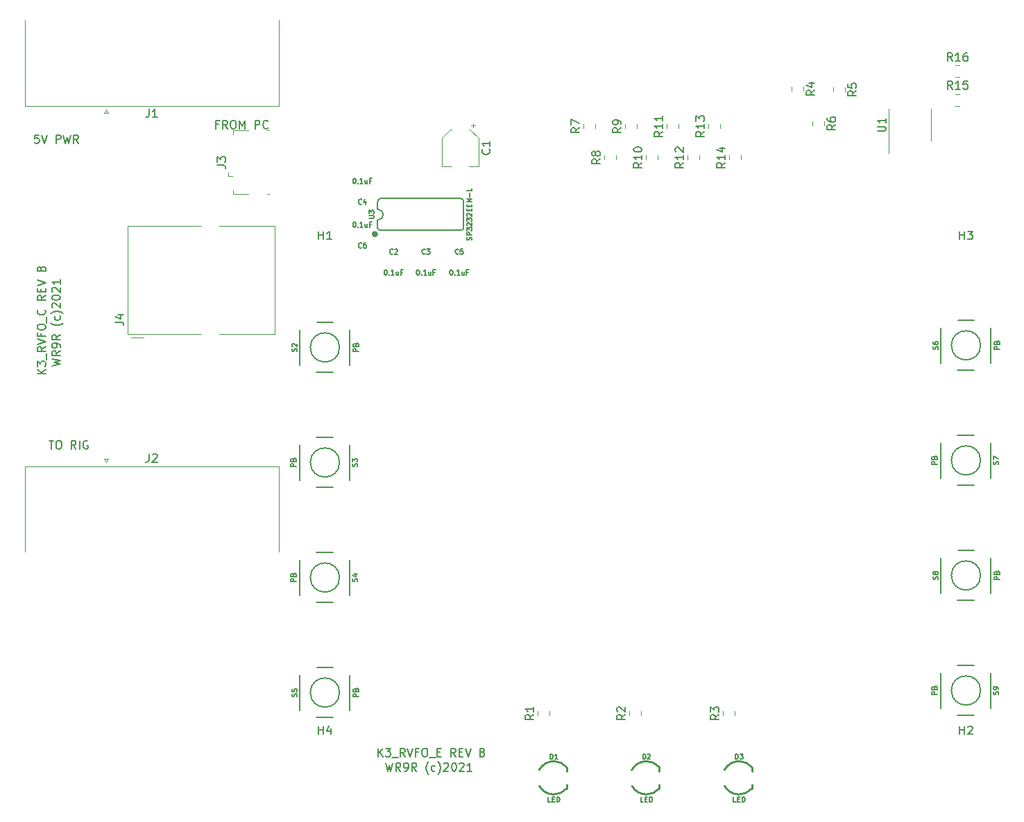
<source format=gbr>
G04 #@! TF.GenerationSoftware,KiCad,Pcbnew,(5.1.5)-3*
G04 #@! TF.CreationDate,2022-01-05T12:17:48-05:00*
G04 #@! TF.ProjectId,K3_RVFO,4b335f52-5646-44f2-9e6b-696361645f70,rev?*
G04 #@! TF.SameCoordinates,Original*
G04 #@! TF.FileFunction,Legend,Top*
G04 #@! TF.FilePolarity,Positive*
%FSLAX46Y46*%
G04 Gerber Fmt 4.6, Leading zero omitted, Abs format (unit mm)*
G04 Created by KiCad (PCBNEW (5.1.5)-3) date 2022-01-05 12:17:48*
%MOMM*%
%LPD*%
G04 APERTURE LIST*
%ADD10C,0.150000*%
%ADD11C,0.120000*%
%ADD12C,0.100000*%
%ADD13C,0.203200*%
%ADD14C,0.254000*%
%ADD15C,0.127000*%
G04 APERTURE END LIST*
D10*
X36719142Y-53046380D02*
X36242952Y-53046380D01*
X36195333Y-53522571D01*
X36242952Y-53474952D01*
X36338190Y-53427333D01*
X36576285Y-53427333D01*
X36671523Y-53474952D01*
X36719142Y-53522571D01*
X36766761Y-53617809D01*
X36766761Y-53855904D01*
X36719142Y-53951142D01*
X36671523Y-53998761D01*
X36576285Y-54046380D01*
X36338190Y-54046380D01*
X36242952Y-53998761D01*
X36195333Y-53951142D01*
X37052476Y-53046380D02*
X37385809Y-54046380D01*
X37719142Y-53046380D01*
X38814380Y-54046380D02*
X38814380Y-53046380D01*
X39195333Y-53046380D01*
X39290571Y-53094000D01*
X39338190Y-53141619D01*
X39385809Y-53236857D01*
X39385809Y-53379714D01*
X39338190Y-53474952D01*
X39290571Y-53522571D01*
X39195333Y-53570190D01*
X38814380Y-53570190D01*
X39719142Y-53046380D02*
X39957238Y-54046380D01*
X40147714Y-53332095D01*
X40338190Y-54046380D01*
X40576285Y-53046380D01*
X41528666Y-54046380D02*
X41195333Y-53570190D01*
X40957238Y-54046380D02*
X40957238Y-53046380D01*
X41338190Y-53046380D01*
X41433428Y-53094000D01*
X41481047Y-53141619D01*
X41528666Y-53236857D01*
X41528666Y-53379714D01*
X41481047Y-53474952D01*
X41433428Y-53522571D01*
X41338190Y-53570190D01*
X40957238Y-53570190D01*
X58634666Y-51744571D02*
X58301333Y-51744571D01*
X58301333Y-52268380D02*
X58301333Y-51268380D01*
X58777523Y-51268380D01*
X59729904Y-52268380D02*
X59396571Y-51792190D01*
X59158476Y-52268380D02*
X59158476Y-51268380D01*
X59539428Y-51268380D01*
X59634666Y-51316000D01*
X59682285Y-51363619D01*
X59729904Y-51458857D01*
X59729904Y-51601714D01*
X59682285Y-51696952D01*
X59634666Y-51744571D01*
X59539428Y-51792190D01*
X59158476Y-51792190D01*
X60348952Y-51268380D02*
X60539428Y-51268380D01*
X60634666Y-51316000D01*
X60729904Y-51411238D01*
X60777523Y-51601714D01*
X60777523Y-51935047D01*
X60729904Y-52125523D01*
X60634666Y-52220761D01*
X60539428Y-52268380D01*
X60348952Y-52268380D01*
X60253714Y-52220761D01*
X60158476Y-52125523D01*
X60110857Y-51935047D01*
X60110857Y-51601714D01*
X60158476Y-51411238D01*
X60253714Y-51316000D01*
X60348952Y-51268380D01*
X61206095Y-52268380D02*
X61206095Y-51268380D01*
X61539428Y-51982666D01*
X61872761Y-51268380D01*
X61872761Y-52268380D01*
X63110857Y-52268380D02*
X63110857Y-51268380D01*
X63491809Y-51268380D01*
X63587047Y-51316000D01*
X63634666Y-51363619D01*
X63682285Y-51458857D01*
X63682285Y-51601714D01*
X63634666Y-51696952D01*
X63587047Y-51744571D01*
X63491809Y-51792190D01*
X63110857Y-51792190D01*
X64682285Y-52173142D02*
X64634666Y-52220761D01*
X64491809Y-52268380D01*
X64396571Y-52268380D01*
X64253714Y-52220761D01*
X64158476Y-52125523D01*
X64110857Y-52030285D01*
X64063238Y-51839809D01*
X64063238Y-51696952D01*
X64110857Y-51506476D01*
X64158476Y-51411238D01*
X64253714Y-51316000D01*
X64396571Y-51268380D01*
X64491809Y-51268380D01*
X64634666Y-51316000D01*
X64682285Y-51363619D01*
X37957428Y-90384380D02*
X38528857Y-90384380D01*
X38243142Y-91384380D02*
X38243142Y-90384380D01*
X39052666Y-90384380D02*
X39243142Y-90384380D01*
X39338380Y-90432000D01*
X39433619Y-90527238D01*
X39481238Y-90717714D01*
X39481238Y-91051047D01*
X39433619Y-91241523D01*
X39338380Y-91336761D01*
X39243142Y-91384380D01*
X39052666Y-91384380D01*
X38957428Y-91336761D01*
X38862190Y-91241523D01*
X38814571Y-91051047D01*
X38814571Y-90717714D01*
X38862190Y-90527238D01*
X38957428Y-90432000D01*
X39052666Y-90384380D01*
X41243142Y-91384380D02*
X40909809Y-90908190D01*
X40671714Y-91384380D02*
X40671714Y-90384380D01*
X41052666Y-90384380D01*
X41147904Y-90432000D01*
X41195523Y-90479619D01*
X41243142Y-90574857D01*
X41243142Y-90717714D01*
X41195523Y-90812952D01*
X41147904Y-90860571D01*
X41052666Y-90908190D01*
X40671714Y-90908190D01*
X41671714Y-91384380D02*
X41671714Y-90384380D01*
X42671714Y-90432000D02*
X42576476Y-90384380D01*
X42433619Y-90384380D01*
X42290761Y-90432000D01*
X42195523Y-90527238D01*
X42147904Y-90622476D01*
X42100285Y-90812952D01*
X42100285Y-90955809D01*
X42147904Y-91146285D01*
X42195523Y-91241523D01*
X42290761Y-91336761D01*
X42433619Y-91384380D01*
X42528857Y-91384380D01*
X42671714Y-91336761D01*
X42719333Y-91289142D01*
X42719333Y-90955809D01*
X42528857Y-90955809D01*
X78105809Y-128976380D02*
X78105809Y-127976380D01*
X78677238Y-128976380D02*
X78248666Y-128404952D01*
X78677238Y-127976380D02*
X78105809Y-128547809D01*
X79010571Y-127976380D02*
X79629619Y-127976380D01*
X79296285Y-128357333D01*
X79439142Y-128357333D01*
X79534380Y-128404952D01*
X79582000Y-128452571D01*
X79629619Y-128547809D01*
X79629619Y-128785904D01*
X79582000Y-128881142D01*
X79534380Y-128928761D01*
X79439142Y-128976380D01*
X79153428Y-128976380D01*
X79058190Y-128928761D01*
X79010571Y-128881142D01*
X79820095Y-129071619D02*
X80582000Y-129071619D01*
X81391523Y-128976380D02*
X81058190Y-128500190D01*
X80820095Y-128976380D02*
X80820095Y-127976380D01*
X81201047Y-127976380D01*
X81296285Y-128024000D01*
X81343904Y-128071619D01*
X81391523Y-128166857D01*
X81391523Y-128309714D01*
X81343904Y-128404952D01*
X81296285Y-128452571D01*
X81201047Y-128500190D01*
X80820095Y-128500190D01*
X81677238Y-127976380D02*
X82010571Y-128976380D01*
X82343904Y-127976380D01*
X83010571Y-128452571D02*
X82677238Y-128452571D01*
X82677238Y-128976380D02*
X82677238Y-127976380D01*
X83153428Y-127976380D01*
X83724857Y-127976380D02*
X83915333Y-127976380D01*
X84010571Y-128024000D01*
X84105809Y-128119238D01*
X84153428Y-128309714D01*
X84153428Y-128643047D01*
X84105809Y-128833523D01*
X84010571Y-128928761D01*
X83915333Y-128976380D01*
X83724857Y-128976380D01*
X83629619Y-128928761D01*
X83534380Y-128833523D01*
X83486761Y-128643047D01*
X83486761Y-128309714D01*
X83534380Y-128119238D01*
X83629619Y-128024000D01*
X83724857Y-127976380D01*
X84343904Y-129071619D02*
X85105809Y-129071619D01*
X85343904Y-128452571D02*
X85677238Y-128452571D01*
X85820095Y-128976380D02*
X85343904Y-128976380D01*
X85343904Y-127976380D01*
X85820095Y-127976380D01*
X87582000Y-128976380D02*
X87248666Y-128500190D01*
X87010571Y-128976380D02*
X87010571Y-127976380D01*
X87391523Y-127976380D01*
X87486761Y-128024000D01*
X87534380Y-128071619D01*
X87582000Y-128166857D01*
X87582000Y-128309714D01*
X87534380Y-128404952D01*
X87486761Y-128452571D01*
X87391523Y-128500190D01*
X87010571Y-128500190D01*
X88010571Y-128452571D02*
X88343904Y-128452571D01*
X88486761Y-128976380D02*
X88010571Y-128976380D01*
X88010571Y-127976380D01*
X88486761Y-127976380D01*
X88772476Y-127976380D02*
X89105809Y-128976380D01*
X89439142Y-127976380D01*
X90867714Y-128452571D02*
X91010571Y-128500190D01*
X91058190Y-128547809D01*
X91105809Y-128643047D01*
X91105809Y-128785904D01*
X91058190Y-128881142D01*
X91010571Y-128928761D01*
X90915333Y-128976380D01*
X90534380Y-128976380D01*
X90534380Y-127976380D01*
X90867714Y-127976380D01*
X90962952Y-128024000D01*
X91010571Y-128071619D01*
X91058190Y-128166857D01*
X91058190Y-128262095D01*
X91010571Y-128357333D01*
X90962952Y-128404952D01*
X90867714Y-128452571D01*
X90534380Y-128452571D01*
X79042285Y-129754380D02*
X79280380Y-130754380D01*
X79470857Y-130040095D01*
X79661333Y-130754380D01*
X79899428Y-129754380D01*
X80851809Y-130754380D02*
X80518476Y-130278190D01*
X80280380Y-130754380D02*
X80280380Y-129754380D01*
X80661333Y-129754380D01*
X80756571Y-129802000D01*
X80804190Y-129849619D01*
X80851809Y-129944857D01*
X80851809Y-130087714D01*
X80804190Y-130182952D01*
X80756571Y-130230571D01*
X80661333Y-130278190D01*
X80280380Y-130278190D01*
X81328000Y-130754380D02*
X81518476Y-130754380D01*
X81613714Y-130706761D01*
X81661333Y-130659142D01*
X81756571Y-130516285D01*
X81804190Y-130325809D01*
X81804190Y-129944857D01*
X81756571Y-129849619D01*
X81708952Y-129802000D01*
X81613714Y-129754380D01*
X81423238Y-129754380D01*
X81328000Y-129802000D01*
X81280380Y-129849619D01*
X81232761Y-129944857D01*
X81232761Y-130182952D01*
X81280380Y-130278190D01*
X81328000Y-130325809D01*
X81423238Y-130373428D01*
X81613714Y-130373428D01*
X81708952Y-130325809D01*
X81756571Y-130278190D01*
X81804190Y-130182952D01*
X82804190Y-130754380D02*
X82470857Y-130278190D01*
X82232761Y-130754380D02*
X82232761Y-129754380D01*
X82613714Y-129754380D01*
X82708952Y-129802000D01*
X82756571Y-129849619D01*
X82804190Y-129944857D01*
X82804190Y-130087714D01*
X82756571Y-130182952D01*
X82708952Y-130230571D01*
X82613714Y-130278190D01*
X82232761Y-130278190D01*
X84280380Y-131135333D02*
X84232761Y-131087714D01*
X84137523Y-130944857D01*
X84089904Y-130849619D01*
X84042285Y-130706761D01*
X83994666Y-130468666D01*
X83994666Y-130278190D01*
X84042285Y-130040095D01*
X84089904Y-129897238D01*
X84137523Y-129802000D01*
X84232761Y-129659142D01*
X84280380Y-129611523D01*
X85089904Y-130706761D02*
X84994666Y-130754380D01*
X84804190Y-130754380D01*
X84708952Y-130706761D01*
X84661333Y-130659142D01*
X84613714Y-130563904D01*
X84613714Y-130278190D01*
X84661333Y-130182952D01*
X84708952Y-130135333D01*
X84804190Y-130087714D01*
X84994666Y-130087714D01*
X85089904Y-130135333D01*
X85423238Y-131135333D02*
X85470857Y-131087714D01*
X85566095Y-130944857D01*
X85613714Y-130849619D01*
X85661333Y-130706761D01*
X85708952Y-130468666D01*
X85708952Y-130278190D01*
X85661333Y-130040095D01*
X85613714Y-129897238D01*
X85566095Y-129802000D01*
X85470857Y-129659142D01*
X85423238Y-129611523D01*
X86137523Y-129849619D02*
X86185142Y-129802000D01*
X86280380Y-129754380D01*
X86518476Y-129754380D01*
X86613714Y-129802000D01*
X86661333Y-129849619D01*
X86708952Y-129944857D01*
X86708952Y-130040095D01*
X86661333Y-130182952D01*
X86089904Y-130754380D01*
X86708952Y-130754380D01*
X87328000Y-129754380D02*
X87423238Y-129754380D01*
X87518476Y-129802000D01*
X87566095Y-129849619D01*
X87613714Y-129944857D01*
X87661333Y-130135333D01*
X87661333Y-130373428D01*
X87613714Y-130563904D01*
X87566095Y-130659142D01*
X87518476Y-130706761D01*
X87423238Y-130754380D01*
X87328000Y-130754380D01*
X87232761Y-130706761D01*
X87185142Y-130659142D01*
X87137523Y-130563904D01*
X87089904Y-130373428D01*
X87089904Y-130135333D01*
X87137523Y-129944857D01*
X87185142Y-129849619D01*
X87232761Y-129802000D01*
X87328000Y-129754380D01*
X88042285Y-129849619D02*
X88089904Y-129802000D01*
X88185142Y-129754380D01*
X88423238Y-129754380D01*
X88518476Y-129802000D01*
X88566095Y-129849619D01*
X88613714Y-129944857D01*
X88613714Y-130040095D01*
X88566095Y-130182952D01*
X87994666Y-130754380D01*
X88613714Y-130754380D01*
X89566095Y-130754380D02*
X88994666Y-130754380D01*
X89280380Y-130754380D02*
X89280380Y-129754380D01*
X89185142Y-129897238D01*
X89089904Y-129992476D01*
X88994666Y-130040095D01*
X37536380Y-82215809D02*
X36536380Y-82215809D01*
X37536380Y-81644380D02*
X36964952Y-82072952D01*
X36536380Y-81644380D02*
X37107809Y-82215809D01*
X36536380Y-81311047D02*
X36536380Y-80692000D01*
X36917333Y-81025333D01*
X36917333Y-80882476D01*
X36964952Y-80787238D01*
X37012571Y-80739619D01*
X37107809Y-80692000D01*
X37345904Y-80692000D01*
X37441142Y-80739619D01*
X37488761Y-80787238D01*
X37536380Y-80882476D01*
X37536380Y-81168190D01*
X37488761Y-81263428D01*
X37441142Y-81311047D01*
X37631619Y-80501523D02*
X37631619Y-79739619D01*
X37536380Y-78930095D02*
X37060190Y-79263428D01*
X37536380Y-79501523D02*
X36536380Y-79501523D01*
X36536380Y-79120571D01*
X36584000Y-79025333D01*
X36631619Y-78977714D01*
X36726857Y-78930095D01*
X36869714Y-78930095D01*
X36964952Y-78977714D01*
X37012571Y-79025333D01*
X37060190Y-79120571D01*
X37060190Y-79501523D01*
X36536380Y-78644380D02*
X37536380Y-78311047D01*
X36536380Y-77977714D01*
X37012571Y-77311047D02*
X37012571Y-77644380D01*
X37536380Y-77644380D02*
X36536380Y-77644380D01*
X36536380Y-77168190D01*
X36536380Y-76596761D02*
X36536380Y-76406285D01*
X36584000Y-76311047D01*
X36679238Y-76215809D01*
X36869714Y-76168190D01*
X37203047Y-76168190D01*
X37393523Y-76215809D01*
X37488761Y-76311047D01*
X37536380Y-76406285D01*
X37536380Y-76596761D01*
X37488761Y-76692000D01*
X37393523Y-76787238D01*
X37203047Y-76834857D01*
X36869714Y-76834857D01*
X36679238Y-76787238D01*
X36584000Y-76692000D01*
X36536380Y-76596761D01*
X37631619Y-75977714D02*
X37631619Y-75215809D01*
X37441142Y-74406285D02*
X37488761Y-74453904D01*
X37536380Y-74596761D01*
X37536380Y-74692000D01*
X37488761Y-74834857D01*
X37393523Y-74930095D01*
X37298285Y-74977714D01*
X37107809Y-75025333D01*
X36964952Y-75025333D01*
X36774476Y-74977714D01*
X36679238Y-74930095D01*
X36584000Y-74834857D01*
X36536380Y-74692000D01*
X36536380Y-74596761D01*
X36584000Y-74453904D01*
X36631619Y-74406285D01*
X37536380Y-72644380D02*
X37060190Y-72977714D01*
X37536380Y-73215809D02*
X36536380Y-73215809D01*
X36536380Y-72834857D01*
X36584000Y-72739619D01*
X36631619Y-72692000D01*
X36726857Y-72644380D01*
X36869714Y-72644380D01*
X36964952Y-72692000D01*
X37012571Y-72739619D01*
X37060190Y-72834857D01*
X37060190Y-73215809D01*
X37012571Y-72215809D02*
X37012571Y-71882476D01*
X37536380Y-71739619D02*
X37536380Y-72215809D01*
X36536380Y-72215809D01*
X36536380Y-71739619D01*
X36536380Y-71453904D02*
X37536380Y-71120571D01*
X36536380Y-70787238D01*
X37012571Y-69358666D02*
X37060190Y-69215809D01*
X37107809Y-69168190D01*
X37203047Y-69120571D01*
X37345904Y-69120571D01*
X37441142Y-69168190D01*
X37488761Y-69215809D01*
X37536380Y-69311047D01*
X37536380Y-69692000D01*
X36536380Y-69692000D01*
X36536380Y-69358666D01*
X36584000Y-69263428D01*
X36631619Y-69215809D01*
X36726857Y-69168190D01*
X36822095Y-69168190D01*
X36917333Y-69215809D01*
X36964952Y-69263428D01*
X37012571Y-69358666D01*
X37012571Y-69692000D01*
X38314380Y-81231714D02*
X39314380Y-80993619D01*
X38600095Y-80803142D01*
X39314380Y-80612666D01*
X38314380Y-80374571D01*
X39314380Y-79422190D02*
X38838190Y-79755523D01*
X39314380Y-79993619D02*
X38314380Y-79993619D01*
X38314380Y-79612666D01*
X38362000Y-79517428D01*
X38409619Y-79469809D01*
X38504857Y-79422190D01*
X38647714Y-79422190D01*
X38742952Y-79469809D01*
X38790571Y-79517428D01*
X38838190Y-79612666D01*
X38838190Y-79993619D01*
X39314380Y-78946000D02*
X39314380Y-78755523D01*
X39266761Y-78660285D01*
X39219142Y-78612666D01*
X39076285Y-78517428D01*
X38885809Y-78469809D01*
X38504857Y-78469809D01*
X38409619Y-78517428D01*
X38362000Y-78565047D01*
X38314380Y-78660285D01*
X38314380Y-78850761D01*
X38362000Y-78946000D01*
X38409619Y-78993619D01*
X38504857Y-79041238D01*
X38742952Y-79041238D01*
X38838190Y-78993619D01*
X38885809Y-78946000D01*
X38933428Y-78850761D01*
X38933428Y-78660285D01*
X38885809Y-78565047D01*
X38838190Y-78517428D01*
X38742952Y-78469809D01*
X39314380Y-77469809D02*
X38838190Y-77803142D01*
X39314380Y-78041238D02*
X38314380Y-78041238D01*
X38314380Y-77660285D01*
X38362000Y-77565047D01*
X38409619Y-77517428D01*
X38504857Y-77469809D01*
X38647714Y-77469809D01*
X38742952Y-77517428D01*
X38790571Y-77565047D01*
X38838190Y-77660285D01*
X38838190Y-78041238D01*
X39695333Y-75993619D02*
X39647714Y-76041238D01*
X39504857Y-76136476D01*
X39409619Y-76184095D01*
X39266761Y-76231714D01*
X39028666Y-76279333D01*
X38838190Y-76279333D01*
X38600095Y-76231714D01*
X38457238Y-76184095D01*
X38362000Y-76136476D01*
X38219142Y-76041238D01*
X38171523Y-75993619D01*
X39266761Y-75184095D02*
X39314380Y-75279333D01*
X39314380Y-75469809D01*
X39266761Y-75565047D01*
X39219142Y-75612666D01*
X39123904Y-75660285D01*
X38838190Y-75660285D01*
X38742952Y-75612666D01*
X38695333Y-75565047D01*
X38647714Y-75469809D01*
X38647714Y-75279333D01*
X38695333Y-75184095D01*
X39695333Y-74850761D02*
X39647714Y-74803142D01*
X39504857Y-74707904D01*
X39409619Y-74660285D01*
X39266761Y-74612666D01*
X39028666Y-74565047D01*
X38838190Y-74565047D01*
X38600095Y-74612666D01*
X38457238Y-74660285D01*
X38362000Y-74707904D01*
X38219142Y-74803142D01*
X38171523Y-74850761D01*
X38409619Y-74136476D02*
X38362000Y-74088857D01*
X38314380Y-73993619D01*
X38314380Y-73755523D01*
X38362000Y-73660285D01*
X38409619Y-73612666D01*
X38504857Y-73565047D01*
X38600095Y-73565047D01*
X38742952Y-73612666D01*
X39314380Y-74184095D01*
X39314380Y-73565047D01*
X38314380Y-72946000D02*
X38314380Y-72850761D01*
X38362000Y-72755523D01*
X38409619Y-72707904D01*
X38504857Y-72660285D01*
X38695333Y-72612666D01*
X38933428Y-72612666D01*
X39123904Y-72660285D01*
X39219142Y-72707904D01*
X39266761Y-72755523D01*
X39314380Y-72850761D01*
X39314380Y-72946000D01*
X39266761Y-73041238D01*
X39219142Y-73088857D01*
X39123904Y-73136476D01*
X38933428Y-73184095D01*
X38695333Y-73184095D01*
X38504857Y-73136476D01*
X38409619Y-73088857D01*
X38362000Y-73041238D01*
X38314380Y-72946000D01*
X38409619Y-72231714D02*
X38362000Y-72184095D01*
X38314380Y-72088857D01*
X38314380Y-71850761D01*
X38362000Y-71755523D01*
X38409619Y-71707904D01*
X38504857Y-71660285D01*
X38600095Y-71660285D01*
X38742952Y-71707904D01*
X39314380Y-72279333D01*
X39314380Y-71660285D01*
X39314380Y-70707904D02*
X39314380Y-71279333D01*
X39314380Y-70993619D02*
X38314380Y-70993619D01*
X38457238Y-71088857D01*
X38552476Y-71184095D01*
X38600095Y-71279333D01*
D11*
X47538000Y-77344000D02*
X47538000Y-64144000D01*
X47538000Y-64144000D02*
X56558000Y-64144000D01*
D12*
X65418000Y-64144000D02*
X65538000Y-64144000D01*
D11*
X65538000Y-64144000D02*
X58758000Y-64144000D01*
D12*
X65528000Y-64144000D02*
X65538000Y-64144000D01*
D11*
X65538000Y-64144000D02*
X65538000Y-77344000D01*
X65538000Y-77344000D02*
X58758000Y-77344000D01*
D12*
X56488000Y-77344000D02*
X56558000Y-77344000D01*
D11*
X56558000Y-77344000D02*
X47538000Y-77344000D01*
X49538000Y-77814000D02*
X48008000Y-77814000D01*
X148585422Y-45922000D02*
X149102578Y-45922000D01*
X148585422Y-44502000D02*
X149102578Y-44502000D01*
X148585422Y-49478000D02*
X149102578Y-49478000D01*
X148585422Y-48058000D02*
X149102578Y-48058000D01*
X89948000Y-51860000D02*
X89448000Y-51860000D01*
X89698000Y-51610000D02*
X89698000Y-52110000D01*
X86942437Y-52350000D02*
X85878000Y-53414437D01*
X89333563Y-52350000D02*
X90398000Y-53414437D01*
X89333563Y-52350000D02*
X89198000Y-52350000D01*
X86942437Y-52350000D02*
X87078000Y-52350000D01*
X85878000Y-53414437D02*
X85878000Y-56870000D01*
X90398000Y-53414437D02*
X90398000Y-56870000D01*
X90398000Y-56870000D02*
X89198000Y-56870000D01*
X85878000Y-56870000D02*
X87078000Y-56870000D01*
X122376000Y-56060078D02*
X122376000Y-55542922D01*
X120956000Y-56060078D02*
X120956000Y-55542922D01*
X119836000Y-52250078D02*
X119836000Y-51732922D01*
X118416000Y-52250078D02*
X118416000Y-51732922D01*
X117296000Y-56060078D02*
X117296000Y-55542922D01*
X115876000Y-56060078D02*
X115876000Y-55542922D01*
X114756000Y-52250078D02*
X114756000Y-51732922D01*
X113336000Y-52250078D02*
X113336000Y-51732922D01*
X112216000Y-56060078D02*
X112216000Y-55542922D01*
X110796000Y-56060078D02*
X110796000Y-55542922D01*
X109676000Y-52250078D02*
X109676000Y-51732922D01*
X108256000Y-52250078D02*
X108256000Y-51732922D01*
X107136000Y-56060078D02*
X107136000Y-55542922D01*
X105716000Y-56060078D02*
X105716000Y-55542922D01*
X104596000Y-52250078D02*
X104596000Y-51732922D01*
X103176000Y-52250078D02*
X103176000Y-51732922D01*
X131116000Y-51381922D02*
X131116000Y-51899078D01*
X132536000Y-51381922D02*
X132536000Y-51899078D01*
X133656000Y-47239422D02*
X133656000Y-47756578D01*
X135076000Y-47239422D02*
X135076000Y-47756578D01*
X128576000Y-47160922D02*
X128576000Y-47678078D01*
X129996000Y-47160922D02*
X129996000Y-47678078D01*
D13*
X78105000Y-63398400D02*
G75*
G03X78105000Y-62128400I0J635000D01*
G01*
X78056740Y-64401700D02*
G75*
G03X78435200Y-64683640I330200J48260D01*
G01*
X88569800Y-61173360D02*
G75*
G03X88188800Y-60792360I-381000J0D01*
G01*
X78435200Y-60792360D02*
G75*
G03X78054200Y-61274960I50800J-431800D01*
G01*
X88285320Y-64683640D02*
G75*
G03X88569800Y-64302640I-48260J332740D01*
G01*
X78054200Y-64401700D02*
X78054200Y-63398400D01*
X78054200Y-61287660D02*
X78054200Y-62128400D01*
X88569800Y-64302640D02*
X88569800Y-61173360D01*
X78435200Y-64683640D02*
X88287860Y-64683640D01*
X88188800Y-60792360D02*
X78435200Y-60792360D01*
D14*
X77851000Y-65151000D02*
G75*
G03X77851000Y-65151000I-127000J0D01*
G01*
X77978000Y-65151000D02*
G75*
G03X77978000Y-65151000I-254000J0D01*
G01*
D11*
X140442000Y-51816000D02*
X140442000Y-55266000D01*
X140442000Y-51816000D02*
X140442000Y-49866000D01*
X145562000Y-51816000D02*
X145562000Y-53766000D01*
X145562000Y-51816000D02*
X145562000Y-49866000D01*
D13*
X151638000Y-120904000D02*
G75*
G03X151638000Y-120904000I-1778000J0D01*
G01*
X150886160Y-117856000D02*
X148844000Y-117856000D01*
X150855680Y-123952000D02*
X148844000Y-123952000D01*
X146812000Y-118745000D02*
X146812000Y-123063000D01*
X152908000Y-123063000D02*
X152908000Y-118745000D01*
X151638000Y-106849332D02*
G75*
G03X151638000Y-106849332I-1778000J0D01*
G01*
X148833840Y-109897332D02*
X150876000Y-109897332D01*
X148864320Y-103801332D02*
X150876000Y-103801332D01*
X152908000Y-109008332D02*
X152908000Y-104690332D01*
X146812000Y-104690332D02*
X146812000Y-109008332D01*
X151638000Y-92794666D02*
G75*
G03X151638000Y-92794666I-1778000J0D01*
G01*
X150886160Y-89746666D02*
X148844000Y-89746666D01*
X150855680Y-95842666D02*
X148844000Y-95842666D01*
X146812000Y-90635666D02*
X146812000Y-94953666D01*
X152908000Y-94953666D02*
X152908000Y-90635666D01*
X151638000Y-78740000D02*
G75*
G03X151638000Y-78740000I-1778000J0D01*
G01*
X148833840Y-81788000D02*
X150876000Y-81788000D01*
X148864320Y-75692000D02*
X150876000Y-75692000D01*
X152908000Y-80899000D02*
X152908000Y-76581000D01*
X146812000Y-76581000D02*
X146812000Y-80899000D01*
X73406000Y-121158000D02*
G75*
G03X73406000Y-121158000I-1778000J0D01*
G01*
X70601840Y-124206000D02*
X72644000Y-124206000D01*
X70632320Y-118110000D02*
X72644000Y-118110000D01*
X74676000Y-123317000D02*
X74676000Y-118999000D01*
X68580000Y-118999000D02*
X68580000Y-123317000D01*
X73406000Y-107103332D02*
G75*
G03X73406000Y-107103332I-1778000J0D01*
G01*
X72654160Y-104055332D02*
X70612000Y-104055332D01*
X72623680Y-110151332D02*
X70612000Y-110151332D01*
X68580000Y-104944332D02*
X68580000Y-109262332D01*
X74676000Y-109262332D02*
X74676000Y-104944332D01*
X73406000Y-93048666D02*
G75*
G03X73406000Y-93048666I-1778000J0D01*
G01*
X72654160Y-90000666D02*
X70612000Y-90000666D01*
X72623680Y-96096666D02*
X70612000Y-96096666D01*
X68580000Y-90889666D02*
X68580000Y-95207666D01*
X74676000Y-95207666D02*
X74676000Y-90889666D01*
X73406000Y-78994000D02*
G75*
G03X73406000Y-78994000I-1778000J0D01*
G01*
X70601840Y-82042000D02*
X72644000Y-82042000D01*
X70632320Y-75946000D02*
X72644000Y-75946000D01*
X74676000Y-81153000D02*
X74676000Y-76835000D01*
X68580000Y-76835000D02*
X68580000Y-81153000D01*
D11*
X121614000Y-123956578D02*
X121614000Y-123439422D01*
X120194000Y-123956578D02*
X120194000Y-123439422D01*
X110184000Y-123956578D02*
X110184000Y-123439422D01*
X108764000Y-123956578D02*
X108764000Y-123439422D01*
X99008000Y-123956578D02*
X99008000Y-123439422D01*
X97588000Y-123956578D02*
X97588000Y-123439422D01*
X59856000Y-58088000D02*
X60306000Y-58088000D01*
X59856000Y-58088000D02*
X59856000Y-57638000D01*
X60406000Y-52488000D02*
X60406000Y-52938000D01*
X62256000Y-52488000D02*
X60406000Y-52488000D01*
X64806000Y-60288000D02*
X64556000Y-60288000D01*
X64806000Y-52488000D02*
X64556000Y-52488000D01*
X62256000Y-60288000D02*
X60406000Y-60288000D01*
X60406000Y-60288000D02*
X60406000Y-59838000D01*
X44958000Y-93044675D02*
X44708000Y-92611662D01*
X45208000Y-92611662D02*
X44958000Y-93044675D01*
X44708000Y-92611662D02*
X45208000Y-92611662D01*
X65983000Y-93506000D02*
X65983000Y-103986000D01*
X35013000Y-93506000D02*
X65983000Y-93506000D01*
X35013000Y-103986000D02*
X35013000Y-93506000D01*
X44958000Y-49957325D02*
X45208000Y-50390338D01*
X44708000Y-50390338D02*
X44958000Y-49957325D01*
X45208000Y-50390338D02*
X44708000Y-50390338D01*
X35013000Y-49496000D02*
X35013000Y-39016000D01*
X65983000Y-49496000D02*
X35013000Y-49496000D01*
X65983000Y-39016000D02*
X65983000Y-49496000D01*
D14*
X120410701Y-132581851D02*
G75*
G03X122174000Y-133604000I1763299J1009851D01*
G01*
X122176552Y-133601386D02*
G75*
G03X123723400Y-132882640I-2552J2029386D01*
G01*
X122173025Y-129542540D02*
G75*
G03X120383300Y-130616960I975J-2029460D01*
G01*
X123732880Y-130268574D02*
G75*
G03X122174000Y-129540000I-1558880J-1303426D01*
G01*
X120410701Y-132581851D02*
G75*
G03X122174000Y-133604000I1763299J1009851D01*
G01*
X122176552Y-133601386D02*
G75*
G03X123723400Y-132882640I-2552J2029386D01*
G01*
X122173025Y-129542540D02*
G75*
G03X120383300Y-130616960I975J-2029460D01*
G01*
X123732880Y-130268574D02*
G75*
G03X122174000Y-129540000I-1558880J-1303426D01*
G01*
X123748800Y-132864860D02*
X123748800Y-132410200D01*
X123748800Y-130279140D02*
X123748800Y-130784600D01*
X123748800Y-132864860D02*
X123748800Y-132410200D01*
X123748800Y-130279140D02*
X123748800Y-130784600D01*
X109107701Y-132581851D02*
G75*
G03X110871000Y-133604000I1763299J1009851D01*
G01*
X110873552Y-133601386D02*
G75*
G03X112420400Y-132882640I-2552J2029386D01*
G01*
X110870025Y-129542540D02*
G75*
G03X109080300Y-130616960I975J-2029460D01*
G01*
X112429880Y-130268574D02*
G75*
G03X110871000Y-129540000I-1558880J-1303426D01*
G01*
X109107701Y-132581851D02*
G75*
G03X110871000Y-133604000I1763299J1009851D01*
G01*
X110873552Y-133601386D02*
G75*
G03X112420400Y-132882640I-2552J2029386D01*
G01*
X110870025Y-129542540D02*
G75*
G03X109080300Y-130616960I975J-2029460D01*
G01*
X112429880Y-130268574D02*
G75*
G03X110871000Y-129540000I-1558880J-1303426D01*
G01*
X112445800Y-132864860D02*
X112445800Y-132410200D01*
X112445800Y-130279140D02*
X112445800Y-130784600D01*
X112445800Y-132864860D02*
X112445800Y-132410200D01*
X112445800Y-130279140D02*
X112445800Y-130784600D01*
X97804701Y-132581851D02*
G75*
G03X99568000Y-133604000I1763299J1009851D01*
G01*
X99570552Y-133601386D02*
G75*
G03X101117400Y-132882640I-2552J2029386D01*
G01*
X99567025Y-129542540D02*
G75*
G03X97777300Y-130616960I975J-2029460D01*
G01*
X101126880Y-130268574D02*
G75*
G03X99568000Y-129540000I-1558880J-1303426D01*
G01*
X97804701Y-132581851D02*
G75*
G03X99568000Y-133604000I1763299J1009851D01*
G01*
X99570552Y-133601386D02*
G75*
G03X101117400Y-132882640I-2552J2029386D01*
G01*
X99567025Y-129542540D02*
G75*
G03X97777300Y-130616960I975J-2029460D01*
G01*
X101126880Y-130268574D02*
G75*
G03X99568000Y-129540000I-1558880J-1303426D01*
G01*
X101142800Y-132864860D02*
X101142800Y-132410200D01*
X101142800Y-130279140D02*
X101142800Y-130784600D01*
X101142800Y-132864860D02*
X101142800Y-132410200D01*
X101142800Y-130279140D02*
X101142800Y-130784600D01*
D10*
X46060380Y-75917333D02*
X46774666Y-75917333D01*
X46917523Y-75964952D01*
X47012761Y-76060190D01*
X47060380Y-76203047D01*
X47060380Y-76298285D01*
X46393714Y-75012571D02*
X47060380Y-75012571D01*
X46012761Y-75250666D02*
X46727047Y-75488761D01*
X46727047Y-74869714D01*
X148201142Y-44014380D02*
X147867809Y-43538190D01*
X147629714Y-44014380D02*
X147629714Y-43014380D01*
X148010666Y-43014380D01*
X148105904Y-43062000D01*
X148153523Y-43109619D01*
X148201142Y-43204857D01*
X148201142Y-43347714D01*
X148153523Y-43442952D01*
X148105904Y-43490571D01*
X148010666Y-43538190D01*
X147629714Y-43538190D01*
X149153523Y-44014380D02*
X148582095Y-44014380D01*
X148867809Y-44014380D02*
X148867809Y-43014380D01*
X148772571Y-43157238D01*
X148677333Y-43252476D01*
X148582095Y-43300095D01*
X150010666Y-43014380D02*
X149820190Y-43014380D01*
X149724952Y-43062000D01*
X149677333Y-43109619D01*
X149582095Y-43252476D01*
X149534476Y-43442952D01*
X149534476Y-43823904D01*
X149582095Y-43919142D01*
X149629714Y-43966761D01*
X149724952Y-44014380D01*
X149915428Y-44014380D01*
X150010666Y-43966761D01*
X150058285Y-43919142D01*
X150105904Y-43823904D01*
X150105904Y-43585809D01*
X150058285Y-43490571D01*
X150010666Y-43442952D01*
X149915428Y-43395333D01*
X149724952Y-43395333D01*
X149629714Y-43442952D01*
X149582095Y-43490571D01*
X149534476Y-43585809D01*
X148201142Y-47442380D02*
X147867809Y-46966190D01*
X147629714Y-47442380D02*
X147629714Y-46442380D01*
X148010666Y-46442380D01*
X148105904Y-46490000D01*
X148153523Y-46537619D01*
X148201142Y-46632857D01*
X148201142Y-46775714D01*
X148153523Y-46870952D01*
X148105904Y-46918571D01*
X148010666Y-46966190D01*
X147629714Y-46966190D01*
X149153523Y-47442380D02*
X148582095Y-47442380D01*
X148867809Y-47442380D02*
X148867809Y-46442380D01*
X148772571Y-46585238D01*
X148677333Y-46680476D01*
X148582095Y-46728095D01*
X150058285Y-46442380D02*
X149582095Y-46442380D01*
X149534476Y-46918571D01*
X149582095Y-46870952D01*
X149677333Y-46823333D01*
X149915428Y-46823333D01*
X150010666Y-46870952D01*
X150058285Y-46918571D01*
X150105904Y-47013809D01*
X150105904Y-47251904D01*
X150058285Y-47347142D01*
X150010666Y-47394761D01*
X149915428Y-47442380D01*
X149677333Y-47442380D01*
X149582095Y-47394761D01*
X149534476Y-47347142D01*
X91695142Y-54776666D02*
X91742761Y-54824285D01*
X91790380Y-54967142D01*
X91790380Y-55062380D01*
X91742761Y-55205238D01*
X91647523Y-55300476D01*
X91552285Y-55348095D01*
X91361809Y-55395714D01*
X91218952Y-55395714D01*
X91028476Y-55348095D01*
X90933238Y-55300476D01*
X90838000Y-55205238D01*
X90790380Y-55062380D01*
X90790380Y-54967142D01*
X90838000Y-54824285D01*
X90885619Y-54776666D01*
X91790380Y-53824285D02*
X91790380Y-54395714D01*
X91790380Y-54110000D02*
X90790380Y-54110000D01*
X90933238Y-54205238D01*
X91028476Y-54300476D01*
X91076095Y-54395714D01*
X120468380Y-56444357D02*
X119992190Y-56777690D01*
X120468380Y-57015785D02*
X119468380Y-57015785D01*
X119468380Y-56634833D01*
X119516000Y-56539595D01*
X119563619Y-56491976D01*
X119658857Y-56444357D01*
X119801714Y-56444357D01*
X119896952Y-56491976D01*
X119944571Y-56539595D01*
X119992190Y-56634833D01*
X119992190Y-57015785D01*
X120468380Y-55491976D02*
X120468380Y-56063404D01*
X120468380Y-55777690D02*
X119468380Y-55777690D01*
X119611238Y-55872928D01*
X119706476Y-55968166D01*
X119754095Y-56063404D01*
X119801714Y-54634833D02*
X120468380Y-54634833D01*
X119420761Y-54872928D02*
X120135047Y-55111023D01*
X120135047Y-54491976D01*
X117928380Y-52634357D02*
X117452190Y-52967690D01*
X117928380Y-53205785D02*
X116928380Y-53205785D01*
X116928380Y-52824833D01*
X116976000Y-52729595D01*
X117023619Y-52681976D01*
X117118857Y-52634357D01*
X117261714Y-52634357D01*
X117356952Y-52681976D01*
X117404571Y-52729595D01*
X117452190Y-52824833D01*
X117452190Y-53205785D01*
X117928380Y-51681976D02*
X117928380Y-52253404D01*
X117928380Y-51967690D02*
X116928380Y-51967690D01*
X117071238Y-52062928D01*
X117166476Y-52158166D01*
X117214095Y-52253404D01*
X116928380Y-51348642D02*
X116928380Y-50729595D01*
X117309333Y-51062928D01*
X117309333Y-50920071D01*
X117356952Y-50824833D01*
X117404571Y-50777214D01*
X117499809Y-50729595D01*
X117737904Y-50729595D01*
X117833142Y-50777214D01*
X117880761Y-50824833D01*
X117928380Y-50920071D01*
X117928380Y-51205785D01*
X117880761Y-51301023D01*
X117833142Y-51348642D01*
X115388380Y-56444357D02*
X114912190Y-56777690D01*
X115388380Y-57015785D02*
X114388380Y-57015785D01*
X114388380Y-56634833D01*
X114436000Y-56539595D01*
X114483619Y-56491976D01*
X114578857Y-56444357D01*
X114721714Y-56444357D01*
X114816952Y-56491976D01*
X114864571Y-56539595D01*
X114912190Y-56634833D01*
X114912190Y-57015785D01*
X115388380Y-55491976D02*
X115388380Y-56063404D01*
X115388380Y-55777690D02*
X114388380Y-55777690D01*
X114531238Y-55872928D01*
X114626476Y-55968166D01*
X114674095Y-56063404D01*
X114483619Y-55111023D02*
X114436000Y-55063404D01*
X114388380Y-54968166D01*
X114388380Y-54730071D01*
X114436000Y-54634833D01*
X114483619Y-54587214D01*
X114578857Y-54539595D01*
X114674095Y-54539595D01*
X114816952Y-54587214D01*
X115388380Y-55158642D01*
X115388380Y-54539595D01*
X112848380Y-52634357D02*
X112372190Y-52967690D01*
X112848380Y-53205785D02*
X111848380Y-53205785D01*
X111848380Y-52824833D01*
X111896000Y-52729595D01*
X111943619Y-52681976D01*
X112038857Y-52634357D01*
X112181714Y-52634357D01*
X112276952Y-52681976D01*
X112324571Y-52729595D01*
X112372190Y-52824833D01*
X112372190Y-53205785D01*
X112848380Y-51681976D02*
X112848380Y-52253404D01*
X112848380Y-51967690D02*
X111848380Y-51967690D01*
X111991238Y-52062928D01*
X112086476Y-52158166D01*
X112134095Y-52253404D01*
X112848380Y-50729595D02*
X112848380Y-51301023D01*
X112848380Y-51015309D02*
X111848380Y-51015309D01*
X111991238Y-51110547D01*
X112086476Y-51205785D01*
X112134095Y-51301023D01*
X110308380Y-56444357D02*
X109832190Y-56777690D01*
X110308380Y-57015785D02*
X109308380Y-57015785D01*
X109308380Y-56634833D01*
X109356000Y-56539595D01*
X109403619Y-56491976D01*
X109498857Y-56444357D01*
X109641714Y-56444357D01*
X109736952Y-56491976D01*
X109784571Y-56539595D01*
X109832190Y-56634833D01*
X109832190Y-57015785D01*
X110308380Y-55491976D02*
X110308380Y-56063404D01*
X110308380Y-55777690D02*
X109308380Y-55777690D01*
X109451238Y-55872928D01*
X109546476Y-55968166D01*
X109594095Y-56063404D01*
X109308380Y-54872928D02*
X109308380Y-54777690D01*
X109356000Y-54682452D01*
X109403619Y-54634833D01*
X109498857Y-54587214D01*
X109689333Y-54539595D01*
X109927428Y-54539595D01*
X110117904Y-54587214D01*
X110213142Y-54634833D01*
X110260761Y-54682452D01*
X110308380Y-54777690D01*
X110308380Y-54872928D01*
X110260761Y-54968166D01*
X110213142Y-55015785D01*
X110117904Y-55063404D01*
X109927428Y-55111023D01*
X109689333Y-55111023D01*
X109498857Y-55063404D01*
X109403619Y-55015785D01*
X109356000Y-54968166D01*
X109308380Y-54872928D01*
X107768380Y-52158166D02*
X107292190Y-52491500D01*
X107768380Y-52729595D02*
X106768380Y-52729595D01*
X106768380Y-52348642D01*
X106816000Y-52253404D01*
X106863619Y-52205785D01*
X106958857Y-52158166D01*
X107101714Y-52158166D01*
X107196952Y-52205785D01*
X107244571Y-52253404D01*
X107292190Y-52348642D01*
X107292190Y-52729595D01*
X107768380Y-51681976D02*
X107768380Y-51491500D01*
X107720761Y-51396261D01*
X107673142Y-51348642D01*
X107530285Y-51253404D01*
X107339809Y-51205785D01*
X106958857Y-51205785D01*
X106863619Y-51253404D01*
X106816000Y-51301023D01*
X106768380Y-51396261D01*
X106768380Y-51586738D01*
X106816000Y-51681976D01*
X106863619Y-51729595D01*
X106958857Y-51777214D01*
X107196952Y-51777214D01*
X107292190Y-51729595D01*
X107339809Y-51681976D01*
X107387428Y-51586738D01*
X107387428Y-51396261D01*
X107339809Y-51301023D01*
X107292190Y-51253404D01*
X107196952Y-51205785D01*
X105228380Y-55968166D02*
X104752190Y-56301500D01*
X105228380Y-56539595D02*
X104228380Y-56539595D01*
X104228380Y-56158642D01*
X104276000Y-56063404D01*
X104323619Y-56015785D01*
X104418857Y-55968166D01*
X104561714Y-55968166D01*
X104656952Y-56015785D01*
X104704571Y-56063404D01*
X104752190Y-56158642D01*
X104752190Y-56539595D01*
X104656952Y-55396738D02*
X104609333Y-55491976D01*
X104561714Y-55539595D01*
X104466476Y-55587214D01*
X104418857Y-55587214D01*
X104323619Y-55539595D01*
X104276000Y-55491976D01*
X104228380Y-55396738D01*
X104228380Y-55206261D01*
X104276000Y-55111023D01*
X104323619Y-55063404D01*
X104418857Y-55015785D01*
X104466476Y-55015785D01*
X104561714Y-55063404D01*
X104609333Y-55111023D01*
X104656952Y-55206261D01*
X104656952Y-55396738D01*
X104704571Y-55491976D01*
X104752190Y-55539595D01*
X104847428Y-55587214D01*
X105037904Y-55587214D01*
X105133142Y-55539595D01*
X105180761Y-55491976D01*
X105228380Y-55396738D01*
X105228380Y-55206261D01*
X105180761Y-55111023D01*
X105133142Y-55063404D01*
X105037904Y-55015785D01*
X104847428Y-55015785D01*
X104752190Y-55063404D01*
X104704571Y-55111023D01*
X104656952Y-55206261D01*
X102688380Y-52158166D02*
X102212190Y-52491500D01*
X102688380Y-52729595D02*
X101688380Y-52729595D01*
X101688380Y-52348642D01*
X101736000Y-52253404D01*
X101783619Y-52205785D01*
X101878857Y-52158166D01*
X102021714Y-52158166D01*
X102116952Y-52205785D01*
X102164571Y-52253404D01*
X102212190Y-52348642D01*
X102212190Y-52729595D01*
X101688380Y-51824833D02*
X101688380Y-51158166D01*
X102688380Y-51586738D01*
X133928380Y-51807166D02*
X133452190Y-52140500D01*
X133928380Y-52378595D02*
X132928380Y-52378595D01*
X132928380Y-51997642D01*
X132976000Y-51902404D01*
X133023619Y-51854785D01*
X133118857Y-51807166D01*
X133261714Y-51807166D01*
X133356952Y-51854785D01*
X133404571Y-51902404D01*
X133452190Y-51997642D01*
X133452190Y-52378595D01*
X132928380Y-50950023D02*
X132928380Y-51140500D01*
X132976000Y-51235738D01*
X133023619Y-51283357D01*
X133166476Y-51378595D01*
X133356952Y-51426214D01*
X133737904Y-51426214D01*
X133833142Y-51378595D01*
X133880761Y-51330976D01*
X133928380Y-51235738D01*
X133928380Y-51045261D01*
X133880761Y-50950023D01*
X133833142Y-50902404D01*
X133737904Y-50854785D01*
X133499809Y-50854785D01*
X133404571Y-50902404D01*
X133356952Y-50950023D01*
X133309333Y-51045261D01*
X133309333Y-51235738D01*
X133356952Y-51330976D01*
X133404571Y-51378595D01*
X133499809Y-51426214D01*
X136468380Y-47664666D02*
X135992190Y-47998000D01*
X136468380Y-48236095D02*
X135468380Y-48236095D01*
X135468380Y-47855142D01*
X135516000Y-47759904D01*
X135563619Y-47712285D01*
X135658857Y-47664666D01*
X135801714Y-47664666D01*
X135896952Y-47712285D01*
X135944571Y-47759904D01*
X135992190Y-47855142D01*
X135992190Y-48236095D01*
X135468380Y-46759904D02*
X135468380Y-47236095D01*
X135944571Y-47283714D01*
X135896952Y-47236095D01*
X135849333Y-47140857D01*
X135849333Y-46902761D01*
X135896952Y-46807523D01*
X135944571Y-46759904D01*
X136039809Y-46712285D01*
X136277904Y-46712285D01*
X136373142Y-46759904D01*
X136420761Y-46807523D01*
X136468380Y-46902761D01*
X136468380Y-47140857D01*
X136420761Y-47236095D01*
X136373142Y-47283714D01*
X131388380Y-47586166D02*
X130912190Y-47919500D01*
X131388380Y-48157595D02*
X130388380Y-48157595D01*
X130388380Y-47776642D01*
X130436000Y-47681404D01*
X130483619Y-47633785D01*
X130578857Y-47586166D01*
X130721714Y-47586166D01*
X130816952Y-47633785D01*
X130864571Y-47681404D01*
X130912190Y-47776642D01*
X130912190Y-48157595D01*
X130721714Y-46729023D02*
X131388380Y-46729023D01*
X130340761Y-46967119D02*
X131055047Y-47205214D01*
X131055047Y-46586166D01*
X70866095Y-126246380D02*
X70866095Y-125246380D01*
X70866095Y-125722571D02*
X71437523Y-125722571D01*
X71437523Y-126246380D02*
X71437523Y-125246380D01*
X72342285Y-125579714D02*
X72342285Y-126246380D01*
X72104190Y-125198761D02*
X71866095Y-125913047D01*
X72485142Y-125913047D01*
X149098095Y-65794380D02*
X149098095Y-64794380D01*
X149098095Y-65270571D02*
X149669523Y-65270571D01*
X149669523Y-65794380D02*
X149669523Y-64794380D01*
X150050476Y-64794380D02*
X150669523Y-64794380D01*
X150336190Y-65175333D01*
X150479047Y-65175333D01*
X150574285Y-65222952D01*
X150621904Y-65270571D01*
X150669523Y-65365809D01*
X150669523Y-65603904D01*
X150621904Y-65699142D01*
X150574285Y-65746761D01*
X150479047Y-65794380D01*
X150193333Y-65794380D01*
X150098095Y-65746761D01*
X150050476Y-65699142D01*
X149098095Y-126246380D02*
X149098095Y-125246380D01*
X149098095Y-125722571D02*
X149669523Y-125722571D01*
X149669523Y-126246380D02*
X149669523Y-125246380D01*
X150098095Y-125341619D02*
X150145714Y-125294000D01*
X150240952Y-125246380D01*
X150479047Y-125246380D01*
X150574285Y-125294000D01*
X150621904Y-125341619D01*
X150669523Y-125436857D01*
X150669523Y-125532095D01*
X150621904Y-125674952D01*
X150050476Y-126246380D01*
X150669523Y-126246380D01*
X70866095Y-65794380D02*
X70866095Y-64794380D01*
X70866095Y-65270571D02*
X71437523Y-65270571D01*
X71437523Y-65794380D02*
X71437523Y-64794380D01*
X72437523Y-65794380D02*
X71866095Y-65794380D01*
X72151809Y-65794380D02*
X72151809Y-64794380D01*
X72056571Y-64937238D01*
X71961333Y-65032476D01*
X71866095Y-65080095D01*
D15*
X77009171Y-63202457D02*
X77502657Y-63202457D01*
X77560714Y-63173428D01*
X77589742Y-63144400D01*
X77618771Y-63086342D01*
X77618771Y-62970228D01*
X77589742Y-62912171D01*
X77560714Y-62883142D01*
X77502657Y-62854114D01*
X77009171Y-62854114D01*
X77009171Y-62621885D02*
X77009171Y-62244514D01*
X77241400Y-62447714D01*
X77241400Y-62360628D01*
X77270428Y-62302571D01*
X77299457Y-62273542D01*
X77357514Y-62244514D01*
X77502657Y-62244514D01*
X77560714Y-62273542D01*
X77589742Y-62302571D01*
X77618771Y-62360628D01*
X77618771Y-62534800D01*
X77589742Y-62592857D01*
X77560714Y-62621885D01*
X89527742Y-65873085D02*
X89556771Y-65786000D01*
X89556771Y-65640857D01*
X89527742Y-65582800D01*
X89498714Y-65553771D01*
X89440657Y-65524742D01*
X89382600Y-65524742D01*
X89324542Y-65553771D01*
X89295514Y-65582800D01*
X89266485Y-65640857D01*
X89237457Y-65756971D01*
X89208428Y-65815028D01*
X89179400Y-65844057D01*
X89121342Y-65873085D01*
X89063285Y-65873085D01*
X89005228Y-65844057D01*
X88976200Y-65815028D01*
X88947171Y-65756971D01*
X88947171Y-65611828D01*
X88976200Y-65524742D01*
X89556771Y-65263485D02*
X88947171Y-65263485D01*
X88947171Y-65031257D01*
X88976200Y-64973200D01*
X89005228Y-64944171D01*
X89063285Y-64915142D01*
X89150371Y-64915142D01*
X89208428Y-64944171D01*
X89237457Y-64973200D01*
X89266485Y-65031257D01*
X89266485Y-65263485D01*
X88947171Y-64711942D02*
X88947171Y-64334571D01*
X89179400Y-64537771D01*
X89179400Y-64450685D01*
X89208428Y-64392628D01*
X89237457Y-64363600D01*
X89295514Y-64334571D01*
X89440657Y-64334571D01*
X89498714Y-64363600D01*
X89527742Y-64392628D01*
X89556771Y-64450685D01*
X89556771Y-64624857D01*
X89527742Y-64682914D01*
X89498714Y-64711942D01*
X89005228Y-64102342D02*
X88976200Y-64073314D01*
X88947171Y-64015257D01*
X88947171Y-63870114D01*
X88976200Y-63812057D01*
X89005228Y-63783028D01*
X89063285Y-63754000D01*
X89121342Y-63754000D01*
X89208428Y-63783028D01*
X89556771Y-64131371D01*
X89556771Y-63754000D01*
X88947171Y-63550800D02*
X88947171Y-63173428D01*
X89179400Y-63376628D01*
X89179400Y-63289542D01*
X89208428Y-63231485D01*
X89237457Y-63202457D01*
X89295514Y-63173428D01*
X89440657Y-63173428D01*
X89498714Y-63202457D01*
X89527742Y-63231485D01*
X89556771Y-63289542D01*
X89556771Y-63463714D01*
X89527742Y-63521771D01*
X89498714Y-63550800D01*
X89005228Y-62941200D02*
X88976200Y-62912171D01*
X88947171Y-62854114D01*
X88947171Y-62708971D01*
X88976200Y-62650914D01*
X89005228Y-62621885D01*
X89063285Y-62592857D01*
X89121342Y-62592857D01*
X89208428Y-62621885D01*
X89556771Y-62970228D01*
X89556771Y-62592857D01*
X89237457Y-62331600D02*
X89237457Y-62128400D01*
X89556771Y-62041314D02*
X89556771Y-62331600D01*
X88947171Y-62331600D01*
X88947171Y-62041314D01*
X89237457Y-61780057D02*
X89237457Y-61576857D01*
X89556771Y-61489771D02*
X89556771Y-61780057D01*
X88947171Y-61780057D01*
X88947171Y-61489771D01*
X89556771Y-61228514D02*
X88947171Y-61228514D01*
X89556771Y-60880171D01*
X88947171Y-60880171D01*
X89324542Y-60589885D02*
X89324542Y-60125428D01*
X89556771Y-59544857D02*
X89556771Y-59835142D01*
X88947171Y-59835142D01*
D10*
X139054380Y-52577904D02*
X139863904Y-52577904D01*
X139959142Y-52530285D01*
X140006761Y-52482666D01*
X140054380Y-52387428D01*
X140054380Y-52196952D01*
X140006761Y-52101714D01*
X139959142Y-52054095D01*
X139863904Y-52006476D01*
X139054380Y-52006476D01*
X140054380Y-51006476D02*
X140054380Y-51577904D01*
X140054380Y-51292190D02*
X139054380Y-51292190D01*
X139197238Y-51387428D01*
X139292476Y-51482666D01*
X139340095Y-51577904D01*
D15*
X153789742Y-121368457D02*
X153818771Y-121281371D01*
X153818771Y-121136228D01*
X153789742Y-121078171D01*
X153760714Y-121049142D01*
X153702657Y-121020114D01*
X153644600Y-121020114D01*
X153586542Y-121049142D01*
X153557514Y-121078171D01*
X153528485Y-121136228D01*
X153499457Y-121252342D01*
X153470428Y-121310400D01*
X153441400Y-121339428D01*
X153383342Y-121368457D01*
X153325285Y-121368457D01*
X153267228Y-121339428D01*
X153238200Y-121310400D01*
X153209171Y-121252342D01*
X153209171Y-121107200D01*
X153238200Y-121020114D01*
X153818771Y-120729828D02*
X153818771Y-120613714D01*
X153789742Y-120555657D01*
X153760714Y-120526628D01*
X153673628Y-120468571D01*
X153557514Y-120439542D01*
X153325285Y-120439542D01*
X153267228Y-120468571D01*
X153238200Y-120497600D01*
X153209171Y-120555657D01*
X153209171Y-120671771D01*
X153238200Y-120729828D01*
X153267228Y-120758857D01*
X153325285Y-120787885D01*
X153470428Y-120787885D01*
X153528485Y-120758857D01*
X153557514Y-120729828D01*
X153586542Y-120671771D01*
X153586542Y-120555657D01*
X153557514Y-120497600D01*
X153528485Y-120468571D01*
X153470428Y-120439542D01*
X146325771Y-121368457D02*
X145716171Y-121368457D01*
X145716171Y-121136228D01*
X145745200Y-121078171D01*
X145774228Y-121049142D01*
X145832285Y-121020114D01*
X145919371Y-121020114D01*
X145977428Y-121049142D01*
X146006457Y-121078171D01*
X146035485Y-121136228D01*
X146035485Y-121368457D01*
X146006457Y-120555657D02*
X146035485Y-120468571D01*
X146064514Y-120439542D01*
X146122571Y-120410514D01*
X146209657Y-120410514D01*
X146267714Y-120439542D01*
X146296742Y-120468571D01*
X146325771Y-120526628D01*
X146325771Y-120758857D01*
X145716171Y-120758857D01*
X145716171Y-120555657D01*
X145745200Y-120497600D01*
X145774228Y-120468571D01*
X145832285Y-120439542D01*
X145890342Y-120439542D01*
X145948400Y-120468571D01*
X145977428Y-120497600D01*
X146006457Y-120555657D01*
X146006457Y-120758857D01*
X146423742Y-107313789D02*
X146452771Y-107226703D01*
X146452771Y-107081560D01*
X146423742Y-107023503D01*
X146394714Y-106994474D01*
X146336657Y-106965446D01*
X146278600Y-106965446D01*
X146220542Y-106994474D01*
X146191514Y-107023503D01*
X146162485Y-107081560D01*
X146133457Y-107197674D01*
X146104428Y-107255732D01*
X146075400Y-107284760D01*
X146017342Y-107313789D01*
X145959285Y-107313789D01*
X145901228Y-107284760D01*
X145872200Y-107255732D01*
X145843171Y-107197674D01*
X145843171Y-107052532D01*
X145872200Y-106965446D01*
X146104428Y-106617103D02*
X146075400Y-106675160D01*
X146046371Y-106704189D01*
X145988314Y-106733217D01*
X145959285Y-106733217D01*
X145901228Y-106704189D01*
X145872200Y-106675160D01*
X145843171Y-106617103D01*
X145843171Y-106500989D01*
X145872200Y-106442932D01*
X145901228Y-106413903D01*
X145959285Y-106384874D01*
X145988314Y-106384874D01*
X146046371Y-106413903D01*
X146075400Y-106442932D01*
X146104428Y-106500989D01*
X146104428Y-106617103D01*
X146133457Y-106675160D01*
X146162485Y-106704189D01*
X146220542Y-106733217D01*
X146336657Y-106733217D01*
X146394714Y-106704189D01*
X146423742Y-106675160D01*
X146452771Y-106617103D01*
X146452771Y-106500989D01*
X146423742Y-106442932D01*
X146394714Y-106413903D01*
X146336657Y-106384874D01*
X146220542Y-106384874D01*
X146162485Y-106413903D01*
X146133457Y-106442932D01*
X146104428Y-106500989D01*
X153945771Y-107313789D02*
X153336171Y-107313789D01*
X153336171Y-107081560D01*
X153365200Y-107023503D01*
X153394228Y-106994474D01*
X153452285Y-106965446D01*
X153539371Y-106965446D01*
X153597428Y-106994474D01*
X153626457Y-107023503D01*
X153655485Y-107081560D01*
X153655485Y-107313789D01*
X153626457Y-106500989D02*
X153655485Y-106413903D01*
X153684514Y-106384874D01*
X153742571Y-106355846D01*
X153829657Y-106355846D01*
X153887714Y-106384874D01*
X153916742Y-106413903D01*
X153945771Y-106471960D01*
X153945771Y-106704189D01*
X153336171Y-106704189D01*
X153336171Y-106500989D01*
X153365200Y-106442932D01*
X153394228Y-106413903D01*
X153452285Y-106384874D01*
X153510342Y-106384874D01*
X153568400Y-106413903D01*
X153597428Y-106442932D01*
X153626457Y-106500989D01*
X153626457Y-106704189D01*
X153789742Y-93259123D02*
X153818771Y-93172037D01*
X153818771Y-93026894D01*
X153789742Y-92968837D01*
X153760714Y-92939808D01*
X153702657Y-92910780D01*
X153644600Y-92910780D01*
X153586542Y-92939808D01*
X153557514Y-92968837D01*
X153528485Y-93026894D01*
X153499457Y-93143008D01*
X153470428Y-93201066D01*
X153441400Y-93230094D01*
X153383342Y-93259123D01*
X153325285Y-93259123D01*
X153267228Y-93230094D01*
X153238200Y-93201066D01*
X153209171Y-93143008D01*
X153209171Y-92997866D01*
X153238200Y-92910780D01*
X153209171Y-92707580D02*
X153209171Y-92301180D01*
X153818771Y-92562437D01*
X146325771Y-93259123D02*
X145716171Y-93259123D01*
X145716171Y-93026894D01*
X145745200Y-92968837D01*
X145774228Y-92939808D01*
X145832285Y-92910780D01*
X145919371Y-92910780D01*
X145977428Y-92939808D01*
X146006457Y-92968837D01*
X146035485Y-93026894D01*
X146035485Y-93259123D01*
X146006457Y-92446323D02*
X146035485Y-92359237D01*
X146064514Y-92330208D01*
X146122571Y-92301180D01*
X146209657Y-92301180D01*
X146267714Y-92330208D01*
X146296742Y-92359237D01*
X146325771Y-92417294D01*
X146325771Y-92649523D01*
X145716171Y-92649523D01*
X145716171Y-92446323D01*
X145745200Y-92388266D01*
X145774228Y-92359237D01*
X145832285Y-92330208D01*
X145890342Y-92330208D01*
X145948400Y-92359237D01*
X145977428Y-92388266D01*
X146006457Y-92446323D01*
X146006457Y-92649523D01*
X146423742Y-79204457D02*
X146452771Y-79117371D01*
X146452771Y-78972228D01*
X146423742Y-78914171D01*
X146394714Y-78885142D01*
X146336657Y-78856114D01*
X146278600Y-78856114D01*
X146220542Y-78885142D01*
X146191514Y-78914171D01*
X146162485Y-78972228D01*
X146133457Y-79088342D01*
X146104428Y-79146400D01*
X146075400Y-79175428D01*
X146017342Y-79204457D01*
X145959285Y-79204457D01*
X145901228Y-79175428D01*
X145872200Y-79146400D01*
X145843171Y-79088342D01*
X145843171Y-78943200D01*
X145872200Y-78856114D01*
X145843171Y-78333600D02*
X145843171Y-78449714D01*
X145872200Y-78507771D01*
X145901228Y-78536800D01*
X145988314Y-78594857D01*
X146104428Y-78623885D01*
X146336657Y-78623885D01*
X146394714Y-78594857D01*
X146423742Y-78565828D01*
X146452771Y-78507771D01*
X146452771Y-78391657D01*
X146423742Y-78333600D01*
X146394714Y-78304571D01*
X146336657Y-78275542D01*
X146191514Y-78275542D01*
X146133457Y-78304571D01*
X146104428Y-78333600D01*
X146075400Y-78391657D01*
X146075400Y-78507771D01*
X146104428Y-78565828D01*
X146133457Y-78594857D01*
X146191514Y-78623885D01*
X153945771Y-79204457D02*
X153336171Y-79204457D01*
X153336171Y-78972228D01*
X153365200Y-78914171D01*
X153394228Y-78885142D01*
X153452285Y-78856114D01*
X153539371Y-78856114D01*
X153597428Y-78885142D01*
X153626457Y-78914171D01*
X153655485Y-78972228D01*
X153655485Y-79204457D01*
X153626457Y-78391657D02*
X153655485Y-78304571D01*
X153684514Y-78275542D01*
X153742571Y-78246514D01*
X153829657Y-78246514D01*
X153887714Y-78275542D01*
X153916742Y-78304571D01*
X153945771Y-78362628D01*
X153945771Y-78594857D01*
X153336171Y-78594857D01*
X153336171Y-78391657D01*
X153365200Y-78333600D01*
X153394228Y-78304571D01*
X153452285Y-78275542D01*
X153510342Y-78275542D01*
X153568400Y-78304571D01*
X153597428Y-78333600D01*
X153626457Y-78391657D01*
X153626457Y-78594857D01*
X68191742Y-121622457D02*
X68220771Y-121535371D01*
X68220771Y-121390228D01*
X68191742Y-121332171D01*
X68162714Y-121303142D01*
X68104657Y-121274114D01*
X68046600Y-121274114D01*
X67988542Y-121303142D01*
X67959514Y-121332171D01*
X67930485Y-121390228D01*
X67901457Y-121506342D01*
X67872428Y-121564400D01*
X67843400Y-121593428D01*
X67785342Y-121622457D01*
X67727285Y-121622457D01*
X67669228Y-121593428D01*
X67640200Y-121564400D01*
X67611171Y-121506342D01*
X67611171Y-121361200D01*
X67640200Y-121274114D01*
X67611171Y-120722571D02*
X67611171Y-121012857D01*
X67901457Y-121041885D01*
X67872428Y-121012857D01*
X67843400Y-120954800D01*
X67843400Y-120809657D01*
X67872428Y-120751600D01*
X67901457Y-120722571D01*
X67959514Y-120693542D01*
X68104657Y-120693542D01*
X68162714Y-120722571D01*
X68191742Y-120751600D01*
X68220771Y-120809657D01*
X68220771Y-120954800D01*
X68191742Y-121012857D01*
X68162714Y-121041885D01*
X75713771Y-121622457D02*
X75104171Y-121622457D01*
X75104171Y-121390228D01*
X75133200Y-121332171D01*
X75162228Y-121303142D01*
X75220285Y-121274114D01*
X75307371Y-121274114D01*
X75365428Y-121303142D01*
X75394457Y-121332171D01*
X75423485Y-121390228D01*
X75423485Y-121622457D01*
X75394457Y-120809657D02*
X75423485Y-120722571D01*
X75452514Y-120693542D01*
X75510571Y-120664514D01*
X75597657Y-120664514D01*
X75655714Y-120693542D01*
X75684742Y-120722571D01*
X75713771Y-120780628D01*
X75713771Y-121012857D01*
X75104171Y-121012857D01*
X75104171Y-120809657D01*
X75133200Y-120751600D01*
X75162228Y-120722571D01*
X75220285Y-120693542D01*
X75278342Y-120693542D01*
X75336400Y-120722571D01*
X75365428Y-120751600D01*
X75394457Y-120809657D01*
X75394457Y-121012857D01*
X75557742Y-107567789D02*
X75586771Y-107480703D01*
X75586771Y-107335560D01*
X75557742Y-107277503D01*
X75528714Y-107248474D01*
X75470657Y-107219446D01*
X75412600Y-107219446D01*
X75354542Y-107248474D01*
X75325514Y-107277503D01*
X75296485Y-107335560D01*
X75267457Y-107451674D01*
X75238428Y-107509732D01*
X75209400Y-107538760D01*
X75151342Y-107567789D01*
X75093285Y-107567789D01*
X75035228Y-107538760D01*
X75006200Y-107509732D01*
X74977171Y-107451674D01*
X74977171Y-107306532D01*
X75006200Y-107219446D01*
X75180371Y-106696932D02*
X75586771Y-106696932D01*
X74948142Y-106842074D02*
X75383571Y-106987217D01*
X75383571Y-106609846D01*
X68093771Y-107567789D02*
X67484171Y-107567789D01*
X67484171Y-107335560D01*
X67513200Y-107277503D01*
X67542228Y-107248474D01*
X67600285Y-107219446D01*
X67687371Y-107219446D01*
X67745428Y-107248474D01*
X67774457Y-107277503D01*
X67803485Y-107335560D01*
X67803485Y-107567789D01*
X67774457Y-106754989D02*
X67803485Y-106667903D01*
X67832514Y-106638874D01*
X67890571Y-106609846D01*
X67977657Y-106609846D01*
X68035714Y-106638874D01*
X68064742Y-106667903D01*
X68093771Y-106725960D01*
X68093771Y-106958189D01*
X67484171Y-106958189D01*
X67484171Y-106754989D01*
X67513200Y-106696932D01*
X67542228Y-106667903D01*
X67600285Y-106638874D01*
X67658342Y-106638874D01*
X67716400Y-106667903D01*
X67745428Y-106696932D01*
X67774457Y-106754989D01*
X67774457Y-106958189D01*
X75557742Y-93513123D02*
X75586771Y-93426037D01*
X75586771Y-93280894D01*
X75557742Y-93222837D01*
X75528714Y-93193808D01*
X75470657Y-93164780D01*
X75412600Y-93164780D01*
X75354542Y-93193808D01*
X75325514Y-93222837D01*
X75296485Y-93280894D01*
X75267457Y-93397008D01*
X75238428Y-93455066D01*
X75209400Y-93484094D01*
X75151342Y-93513123D01*
X75093285Y-93513123D01*
X75035228Y-93484094D01*
X75006200Y-93455066D01*
X74977171Y-93397008D01*
X74977171Y-93251866D01*
X75006200Y-93164780D01*
X74977171Y-92961580D02*
X74977171Y-92584208D01*
X75209400Y-92787408D01*
X75209400Y-92700323D01*
X75238428Y-92642266D01*
X75267457Y-92613237D01*
X75325514Y-92584208D01*
X75470657Y-92584208D01*
X75528714Y-92613237D01*
X75557742Y-92642266D01*
X75586771Y-92700323D01*
X75586771Y-92874494D01*
X75557742Y-92932551D01*
X75528714Y-92961580D01*
X68093771Y-93513123D02*
X67484171Y-93513123D01*
X67484171Y-93280894D01*
X67513200Y-93222837D01*
X67542228Y-93193808D01*
X67600285Y-93164780D01*
X67687371Y-93164780D01*
X67745428Y-93193808D01*
X67774457Y-93222837D01*
X67803485Y-93280894D01*
X67803485Y-93513123D01*
X67774457Y-92700323D02*
X67803485Y-92613237D01*
X67832514Y-92584208D01*
X67890571Y-92555180D01*
X67977657Y-92555180D01*
X68035714Y-92584208D01*
X68064742Y-92613237D01*
X68093771Y-92671294D01*
X68093771Y-92903523D01*
X67484171Y-92903523D01*
X67484171Y-92700323D01*
X67513200Y-92642266D01*
X67542228Y-92613237D01*
X67600285Y-92584208D01*
X67658342Y-92584208D01*
X67716400Y-92613237D01*
X67745428Y-92642266D01*
X67774457Y-92700323D01*
X67774457Y-92903523D01*
X68191742Y-79458457D02*
X68220771Y-79371371D01*
X68220771Y-79226228D01*
X68191742Y-79168171D01*
X68162714Y-79139142D01*
X68104657Y-79110114D01*
X68046600Y-79110114D01*
X67988542Y-79139142D01*
X67959514Y-79168171D01*
X67930485Y-79226228D01*
X67901457Y-79342342D01*
X67872428Y-79400400D01*
X67843400Y-79429428D01*
X67785342Y-79458457D01*
X67727285Y-79458457D01*
X67669228Y-79429428D01*
X67640200Y-79400400D01*
X67611171Y-79342342D01*
X67611171Y-79197200D01*
X67640200Y-79110114D01*
X67669228Y-78877885D02*
X67640200Y-78848857D01*
X67611171Y-78790800D01*
X67611171Y-78645657D01*
X67640200Y-78587600D01*
X67669228Y-78558571D01*
X67727285Y-78529542D01*
X67785342Y-78529542D01*
X67872428Y-78558571D01*
X68220771Y-78906914D01*
X68220771Y-78529542D01*
X75713771Y-79458457D02*
X75104171Y-79458457D01*
X75104171Y-79226228D01*
X75133200Y-79168171D01*
X75162228Y-79139142D01*
X75220285Y-79110114D01*
X75307371Y-79110114D01*
X75365428Y-79139142D01*
X75394457Y-79168171D01*
X75423485Y-79226228D01*
X75423485Y-79458457D01*
X75394457Y-78645657D02*
X75423485Y-78558571D01*
X75452514Y-78529542D01*
X75510571Y-78500514D01*
X75597657Y-78500514D01*
X75655714Y-78529542D01*
X75684742Y-78558571D01*
X75713771Y-78616628D01*
X75713771Y-78848857D01*
X75104171Y-78848857D01*
X75104171Y-78645657D01*
X75133200Y-78587600D01*
X75162228Y-78558571D01*
X75220285Y-78529542D01*
X75278342Y-78529542D01*
X75336400Y-78558571D01*
X75365428Y-78587600D01*
X75394457Y-78645657D01*
X75394457Y-78848857D01*
D10*
X119706380Y-123864666D02*
X119230190Y-124198000D01*
X119706380Y-124436095D02*
X118706380Y-124436095D01*
X118706380Y-124055142D01*
X118754000Y-123959904D01*
X118801619Y-123912285D01*
X118896857Y-123864666D01*
X119039714Y-123864666D01*
X119134952Y-123912285D01*
X119182571Y-123959904D01*
X119230190Y-124055142D01*
X119230190Y-124436095D01*
X118706380Y-123531333D02*
X118706380Y-122912285D01*
X119087333Y-123245619D01*
X119087333Y-123102761D01*
X119134952Y-123007523D01*
X119182571Y-122959904D01*
X119277809Y-122912285D01*
X119515904Y-122912285D01*
X119611142Y-122959904D01*
X119658761Y-123007523D01*
X119706380Y-123102761D01*
X119706380Y-123388476D01*
X119658761Y-123483714D01*
X119611142Y-123531333D01*
X108276380Y-123864666D02*
X107800190Y-124198000D01*
X108276380Y-124436095D02*
X107276380Y-124436095D01*
X107276380Y-124055142D01*
X107324000Y-123959904D01*
X107371619Y-123912285D01*
X107466857Y-123864666D01*
X107609714Y-123864666D01*
X107704952Y-123912285D01*
X107752571Y-123959904D01*
X107800190Y-124055142D01*
X107800190Y-124436095D01*
X107371619Y-123483714D02*
X107324000Y-123436095D01*
X107276380Y-123340857D01*
X107276380Y-123102761D01*
X107324000Y-123007523D01*
X107371619Y-122959904D01*
X107466857Y-122912285D01*
X107562095Y-122912285D01*
X107704952Y-122959904D01*
X108276380Y-123531333D01*
X108276380Y-122912285D01*
X97100380Y-123864666D02*
X96624190Y-124198000D01*
X97100380Y-124436095D02*
X96100380Y-124436095D01*
X96100380Y-124055142D01*
X96148000Y-123959904D01*
X96195619Y-123912285D01*
X96290857Y-123864666D01*
X96433714Y-123864666D01*
X96528952Y-123912285D01*
X96576571Y-123959904D01*
X96624190Y-124055142D01*
X96624190Y-124436095D01*
X97100380Y-122912285D02*
X97100380Y-123483714D01*
X97100380Y-123198000D02*
X96100380Y-123198000D01*
X96243238Y-123293238D01*
X96338476Y-123388476D01*
X96386095Y-123483714D01*
X58508380Y-56721333D02*
X59222666Y-56721333D01*
X59365523Y-56768952D01*
X59460761Y-56864190D01*
X59508380Y-57007047D01*
X59508380Y-57102285D01*
X58508380Y-56340380D02*
X58508380Y-55721333D01*
X58889333Y-56054666D01*
X58889333Y-55911809D01*
X58936952Y-55816571D01*
X58984571Y-55768952D01*
X59079809Y-55721333D01*
X59317904Y-55721333D01*
X59413142Y-55768952D01*
X59460761Y-55816571D01*
X59508380Y-55911809D01*
X59508380Y-56197523D01*
X59460761Y-56292761D01*
X59413142Y-56340380D01*
X50164666Y-92018380D02*
X50164666Y-92732666D01*
X50117047Y-92875523D01*
X50021809Y-92970761D01*
X49878952Y-93018380D01*
X49783714Y-93018380D01*
X50593238Y-92113619D02*
X50640857Y-92066000D01*
X50736095Y-92018380D01*
X50974190Y-92018380D01*
X51069428Y-92066000D01*
X51117047Y-92113619D01*
X51164666Y-92208857D01*
X51164666Y-92304095D01*
X51117047Y-92446952D01*
X50545619Y-93018380D01*
X51164666Y-93018380D01*
X50164666Y-49888380D02*
X50164666Y-50602666D01*
X50117047Y-50745523D01*
X50021809Y-50840761D01*
X49878952Y-50888380D01*
X49783714Y-50888380D01*
X51164666Y-50888380D02*
X50593238Y-50888380D01*
X50878952Y-50888380D02*
X50878952Y-49888380D01*
X50783714Y-50031238D01*
X50688476Y-50126476D01*
X50593238Y-50174095D01*
D15*
X121724057Y-129259511D02*
X121724057Y-128649911D01*
X121869200Y-128649911D01*
X121956285Y-128678940D01*
X122014342Y-128736997D01*
X122043371Y-128795054D01*
X122072400Y-128911168D01*
X122072400Y-128998254D01*
X122043371Y-129114368D01*
X122014342Y-129172425D01*
X121956285Y-129230482D01*
X121869200Y-129259511D01*
X121724057Y-129259511D01*
X122275600Y-128649911D02*
X122652971Y-128649911D01*
X122449771Y-128882140D01*
X122536857Y-128882140D01*
X122594914Y-128911168D01*
X122623942Y-128940197D01*
X122652971Y-128998254D01*
X122652971Y-129143397D01*
X122623942Y-129201454D01*
X122594914Y-129230482D01*
X122536857Y-129259511D01*
X122362685Y-129259511D01*
X122304628Y-129230482D01*
X122275600Y-129201454D01*
X121782114Y-134514771D02*
X121491828Y-134514771D01*
X121491828Y-133905171D01*
X121985314Y-134195457D02*
X122188514Y-134195457D01*
X122275600Y-134514771D02*
X121985314Y-134514771D01*
X121985314Y-133905171D01*
X122275600Y-133905171D01*
X122536857Y-134514771D02*
X122536857Y-133905171D01*
X122682000Y-133905171D01*
X122769085Y-133934200D01*
X122827142Y-133992257D01*
X122856171Y-134050314D01*
X122885200Y-134166428D01*
X122885200Y-134253514D01*
X122856171Y-134369628D01*
X122827142Y-134427685D01*
X122769085Y-134485742D01*
X122682000Y-134514771D01*
X122536857Y-134514771D01*
X110421057Y-129259511D02*
X110421057Y-128649911D01*
X110566200Y-128649911D01*
X110653285Y-128678940D01*
X110711342Y-128736997D01*
X110740371Y-128795054D01*
X110769400Y-128911168D01*
X110769400Y-128998254D01*
X110740371Y-129114368D01*
X110711342Y-129172425D01*
X110653285Y-129230482D01*
X110566200Y-129259511D01*
X110421057Y-129259511D01*
X111001628Y-128707968D02*
X111030657Y-128678940D01*
X111088714Y-128649911D01*
X111233857Y-128649911D01*
X111291914Y-128678940D01*
X111320942Y-128707968D01*
X111349971Y-128766025D01*
X111349971Y-128824082D01*
X111320942Y-128911168D01*
X110972600Y-129259511D01*
X111349971Y-129259511D01*
X110479114Y-134514771D02*
X110188828Y-134514771D01*
X110188828Y-133905171D01*
X110682314Y-134195457D02*
X110885514Y-134195457D01*
X110972600Y-134514771D02*
X110682314Y-134514771D01*
X110682314Y-133905171D01*
X110972600Y-133905171D01*
X111233857Y-134514771D02*
X111233857Y-133905171D01*
X111379000Y-133905171D01*
X111466085Y-133934200D01*
X111524142Y-133992257D01*
X111553171Y-134050314D01*
X111582200Y-134166428D01*
X111582200Y-134253514D01*
X111553171Y-134369628D01*
X111524142Y-134427685D01*
X111466085Y-134485742D01*
X111379000Y-134514771D01*
X111233857Y-134514771D01*
X99118057Y-129259511D02*
X99118057Y-128649911D01*
X99263200Y-128649911D01*
X99350285Y-128678940D01*
X99408342Y-128736997D01*
X99437371Y-128795054D01*
X99466400Y-128911168D01*
X99466400Y-128998254D01*
X99437371Y-129114368D01*
X99408342Y-129172425D01*
X99350285Y-129230482D01*
X99263200Y-129259511D01*
X99118057Y-129259511D01*
X100046971Y-129259511D02*
X99698628Y-129259511D01*
X99872800Y-129259511D02*
X99872800Y-128649911D01*
X99814742Y-128736997D01*
X99756685Y-128795054D01*
X99698628Y-128824082D01*
X99176114Y-134514771D02*
X98885828Y-134514771D01*
X98885828Y-133905171D01*
X99379314Y-134195457D02*
X99582514Y-134195457D01*
X99669600Y-134514771D02*
X99379314Y-134514771D01*
X99379314Y-133905171D01*
X99669600Y-133905171D01*
X99930857Y-134514771D02*
X99930857Y-133905171D01*
X100076000Y-133905171D01*
X100163085Y-133934200D01*
X100221142Y-133992257D01*
X100250171Y-134050314D01*
X100279200Y-134166428D01*
X100279200Y-134253514D01*
X100250171Y-134369628D01*
X100221142Y-134427685D01*
X100163085Y-134485742D01*
X100076000Y-134514771D01*
X99930857Y-134514771D01*
X76098400Y-66765714D02*
X76069371Y-66794742D01*
X75982285Y-66823771D01*
X75924228Y-66823771D01*
X75837142Y-66794742D01*
X75779085Y-66736685D01*
X75750057Y-66678628D01*
X75721028Y-66562514D01*
X75721028Y-66475428D01*
X75750057Y-66359314D01*
X75779085Y-66301257D01*
X75837142Y-66243200D01*
X75924228Y-66214171D01*
X75982285Y-66214171D01*
X76069371Y-66243200D01*
X76098400Y-66272228D01*
X76620914Y-66214171D02*
X76504800Y-66214171D01*
X76446742Y-66243200D01*
X76417714Y-66272228D01*
X76359657Y-66359314D01*
X76330628Y-66475428D01*
X76330628Y-66707657D01*
X76359657Y-66765714D01*
X76388685Y-66794742D01*
X76446742Y-66823771D01*
X76562857Y-66823771D01*
X76620914Y-66794742D01*
X76649942Y-66765714D01*
X76678971Y-66707657D01*
X76678971Y-66562514D01*
X76649942Y-66504457D01*
X76620914Y-66475428D01*
X76562857Y-66446400D01*
X76446742Y-66446400D01*
X76388685Y-66475428D01*
X76359657Y-66504457D01*
X76330628Y-66562514D01*
X75198514Y-63674171D02*
X75256571Y-63674171D01*
X75314628Y-63703200D01*
X75343657Y-63732228D01*
X75372685Y-63790285D01*
X75401714Y-63906400D01*
X75401714Y-64051542D01*
X75372685Y-64167657D01*
X75343657Y-64225714D01*
X75314628Y-64254742D01*
X75256571Y-64283771D01*
X75198514Y-64283771D01*
X75140457Y-64254742D01*
X75111428Y-64225714D01*
X75082400Y-64167657D01*
X75053371Y-64051542D01*
X75053371Y-63906400D01*
X75082400Y-63790285D01*
X75111428Y-63732228D01*
X75140457Y-63703200D01*
X75198514Y-63674171D01*
X75662971Y-64225714D02*
X75692000Y-64254742D01*
X75662971Y-64283771D01*
X75633942Y-64254742D01*
X75662971Y-64225714D01*
X75662971Y-64283771D01*
X76272571Y-64283771D02*
X75924228Y-64283771D01*
X76098400Y-64283771D02*
X76098400Y-63674171D01*
X76040342Y-63761257D01*
X75982285Y-63819314D01*
X75924228Y-63848342D01*
X76795085Y-63877371D02*
X76795085Y-64283771D01*
X76533828Y-63877371D02*
X76533828Y-64196685D01*
X76562857Y-64254742D01*
X76620914Y-64283771D01*
X76708000Y-64283771D01*
X76766057Y-64254742D01*
X76795085Y-64225714D01*
X77288571Y-63964457D02*
X77085371Y-63964457D01*
X77085371Y-64283771D02*
X77085371Y-63674171D01*
X77375657Y-63674171D01*
X87919560Y-67527714D02*
X87890531Y-67556742D01*
X87803445Y-67585771D01*
X87745388Y-67585771D01*
X87658302Y-67556742D01*
X87600245Y-67498685D01*
X87571217Y-67440628D01*
X87542188Y-67324514D01*
X87542188Y-67237428D01*
X87571217Y-67121314D01*
X87600245Y-67063257D01*
X87658302Y-67005200D01*
X87745388Y-66976171D01*
X87803445Y-66976171D01*
X87890531Y-67005200D01*
X87919560Y-67034228D01*
X88471102Y-66976171D02*
X88180817Y-66976171D01*
X88151788Y-67266457D01*
X88180817Y-67237428D01*
X88238874Y-67208400D01*
X88384017Y-67208400D01*
X88442074Y-67237428D01*
X88471102Y-67266457D01*
X88500131Y-67324514D01*
X88500131Y-67469657D01*
X88471102Y-67527714D01*
X88442074Y-67556742D01*
X88384017Y-67585771D01*
X88238874Y-67585771D01*
X88180817Y-67556742D01*
X88151788Y-67527714D01*
X87019674Y-69516171D02*
X87077731Y-69516171D01*
X87135788Y-69545200D01*
X87164817Y-69574228D01*
X87193845Y-69632285D01*
X87222874Y-69748400D01*
X87222874Y-69893542D01*
X87193845Y-70009657D01*
X87164817Y-70067714D01*
X87135788Y-70096742D01*
X87077731Y-70125771D01*
X87019674Y-70125771D01*
X86961617Y-70096742D01*
X86932588Y-70067714D01*
X86903560Y-70009657D01*
X86874531Y-69893542D01*
X86874531Y-69748400D01*
X86903560Y-69632285D01*
X86932588Y-69574228D01*
X86961617Y-69545200D01*
X87019674Y-69516171D01*
X87484131Y-70067714D02*
X87513160Y-70096742D01*
X87484131Y-70125771D01*
X87455102Y-70096742D01*
X87484131Y-70067714D01*
X87484131Y-70125771D01*
X88093731Y-70125771D02*
X87745388Y-70125771D01*
X87919560Y-70125771D02*
X87919560Y-69516171D01*
X87861502Y-69603257D01*
X87803445Y-69661314D01*
X87745388Y-69690342D01*
X88616245Y-69719371D02*
X88616245Y-70125771D01*
X88354988Y-69719371D02*
X88354988Y-70038685D01*
X88384017Y-70096742D01*
X88442074Y-70125771D01*
X88529160Y-70125771D01*
X88587217Y-70096742D01*
X88616245Y-70067714D01*
X89109731Y-69806457D02*
X88906531Y-69806457D01*
X88906531Y-70125771D02*
X88906531Y-69516171D01*
X89196817Y-69516171D01*
X76098400Y-61431714D02*
X76069371Y-61460742D01*
X75982285Y-61489771D01*
X75924228Y-61489771D01*
X75837142Y-61460742D01*
X75779085Y-61402685D01*
X75750057Y-61344628D01*
X75721028Y-61228514D01*
X75721028Y-61141428D01*
X75750057Y-61025314D01*
X75779085Y-60967257D01*
X75837142Y-60909200D01*
X75924228Y-60880171D01*
X75982285Y-60880171D01*
X76069371Y-60909200D01*
X76098400Y-60938228D01*
X76620914Y-61083371D02*
X76620914Y-61489771D01*
X76475771Y-60851142D02*
X76330628Y-61286571D01*
X76708000Y-61286571D01*
X75198514Y-58340171D02*
X75256571Y-58340171D01*
X75314628Y-58369200D01*
X75343657Y-58398228D01*
X75372685Y-58456285D01*
X75401714Y-58572400D01*
X75401714Y-58717542D01*
X75372685Y-58833657D01*
X75343657Y-58891714D01*
X75314628Y-58920742D01*
X75256571Y-58949771D01*
X75198514Y-58949771D01*
X75140457Y-58920742D01*
X75111428Y-58891714D01*
X75082400Y-58833657D01*
X75053371Y-58717542D01*
X75053371Y-58572400D01*
X75082400Y-58456285D01*
X75111428Y-58398228D01*
X75140457Y-58369200D01*
X75198514Y-58340171D01*
X75662971Y-58891714D02*
X75692000Y-58920742D01*
X75662971Y-58949771D01*
X75633942Y-58920742D01*
X75662971Y-58891714D01*
X75662971Y-58949771D01*
X76272571Y-58949771D02*
X75924228Y-58949771D01*
X76098400Y-58949771D02*
X76098400Y-58340171D01*
X76040342Y-58427257D01*
X75982285Y-58485314D01*
X75924228Y-58514342D01*
X76795085Y-58543371D02*
X76795085Y-58949771D01*
X76533828Y-58543371D02*
X76533828Y-58862685D01*
X76562857Y-58920742D01*
X76620914Y-58949771D01*
X76708000Y-58949771D01*
X76766057Y-58920742D01*
X76795085Y-58891714D01*
X77288571Y-58630457D02*
X77085371Y-58630457D01*
X77085371Y-58949771D02*
X77085371Y-58340171D01*
X77375657Y-58340171D01*
X83855560Y-67527714D02*
X83826531Y-67556742D01*
X83739445Y-67585771D01*
X83681388Y-67585771D01*
X83594302Y-67556742D01*
X83536245Y-67498685D01*
X83507217Y-67440628D01*
X83478188Y-67324514D01*
X83478188Y-67237428D01*
X83507217Y-67121314D01*
X83536245Y-67063257D01*
X83594302Y-67005200D01*
X83681388Y-66976171D01*
X83739445Y-66976171D01*
X83826531Y-67005200D01*
X83855560Y-67034228D01*
X84058760Y-66976171D02*
X84436131Y-66976171D01*
X84232931Y-67208400D01*
X84320017Y-67208400D01*
X84378074Y-67237428D01*
X84407102Y-67266457D01*
X84436131Y-67324514D01*
X84436131Y-67469657D01*
X84407102Y-67527714D01*
X84378074Y-67556742D01*
X84320017Y-67585771D01*
X84145845Y-67585771D01*
X84087788Y-67556742D01*
X84058760Y-67527714D01*
X82955674Y-69516171D02*
X83013731Y-69516171D01*
X83071788Y-69545200D01*
X83100817Y-69574228D01*
X83129845Y-69632285D01*
X83158874Y-69748400D01*
X83158874Y-69893542D01*
X83129845Y-70009657D01*
X83100817Y-70067714D01*
X83071788Y-70096742D01*
X83013731Y-70125771D01*
X82955674Y-70125771D01*
X82897617Y-70096742D01*
X82868588Y-70067714D01*
X82839560Y-70009657D01*
X82810531Y-69893542D01*
X82810531Y-69748400D01*
X82839560Y-69632285D01*
X82868588Y-69574228D01*
X82897617Y-69545200D01*
X82955674Y-69516171D01*
X83420131Y-70067714D02*
X83449160Y-70096742D01*
X83420131Y-70125771D01*
X83391102Y-70096742D01*
X83420131Y-70067714D01*
X83420131Y-70125771D01*
X84029731Y-70125771D02*
X83681388Y-70125771D01*
X83855560Y-70125771D02*
X83855560Y-69516171D01*
X83797502Y-69603257D01*
X83739445Y-69661314D01*
X83681388Y-69690342D01*
X84552245Y-69719371D02*
X84552245Y-70125771D01*
X84290988Y-69719371D02*
X84290988Y-70038685D01*
X84320017Y-70096742D01*
X84378074Y-70125771D01*
X84465160Y-70125771D01*
X84523217Y-70096742D01*
X84552245Y-70067714D01*
X85045731Y-69806457D02*
X84842531Y-69806457D01*
X84842531Y-70125771D02*
X84842531Y-69516171D01*
X85132817Y-69516171D01*
X79908400Y-67527714D02*
X79879371Y-67556742D01*
X79792285Y-67585771D01*
X79734228Y-67585771D01*
X79647142Y-67556742D01*
X79589085Y-67498685D01*
X79560057Y-67440628D01*
X79531028Y-67324514D01*
X79531028Y-67237428D01*
X79560057Y-67121314D01*
X79589085Y-67063257D01*
X79647142Y-67005200D01*
X79734228Y-66976171D01*
X79792285Y-66976171D01*
X79879371Y-67005200D01*
X79908400Y-67034228D01*
X80140628Y-67034228D02*
X80169657Y-67005200D01*
X80227714Y-66976171D01*
X80372857Y-66976171D01*
X80430914Y-67005200D01*
X80459942Y-67034228D01*
X80488971Y-67092285D01*
X80488971Y-67150342D01*
X80459942Y-67237428D01*
X80111600Y-67585771D01*
X80488971Y-67585771D01*
X79008514Y-69516171D02*
X79066571Y-69516171D01*
X79124628Y-69545200D01*
X79153657Y-69574228D01*
X79182685Y-69632285D01*
X79211714Y-69748400D01*
X79211714Y-69893542D01*
X79182685Y-70009657D01*
X79153657Y-70067714D01*
X79124628Y-70096742D01*
X79066571Y-70125771D01*
X79008514Y-70125771D01*
X78950457Y-70096742D01*
X78921428Y-70067714D01*
X78892400Y-70009657D01*
X78863371Y-69893542D01*
X78863371Y-69748400D01*
X78892400Y-69632285D01*
X78921428Y-69574228D01*
X78950457Y-69545200D01*
X79008514Y-69516171D01*
X79472971Y-70067714D02*
X79502000Y-70096742D01*
X79472971Y-70125771D01*
X79443942Y-70096742D01*
X79472971Y-70067714D01*
X79472971Y-70125771D01*
X80082571Y-70125771D02*
X79734228Y-70125771D01*
X79908400Y-70125771D02*
X79908400Y-69516171D01*
X79850342Y-69603257D01*
X79792285Y-69661314D01*
X79734228Y-69690342D01*
X80605085Y-69719371D02*
X80605085Y-70125771D01*
X80343828Y-69719371D02*
X80343828Y-70038685D01*
X80372857Y-70096742D01*
X80430914Y-70125771D01*
X80518000Y-70125771D01*
X80576057Y-70096742D01*
X80605085Y-70067714D01*
X81098571Y-69806457D02*
X80895371Y-69806457D01*
X80895371Y-70125771D02*
X80895371Y-69516171D01*
X81185657Y-69516171D01*
M02*

</source>
